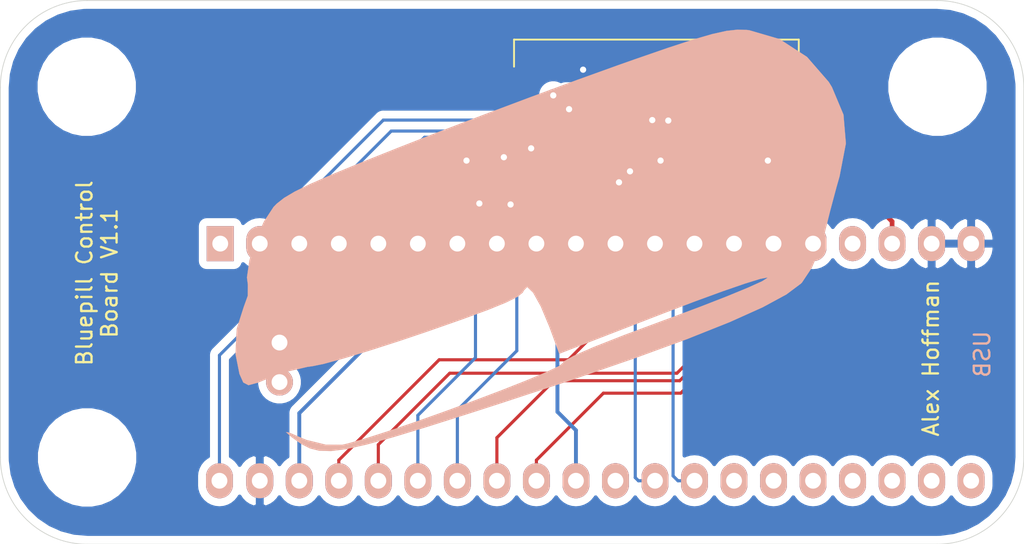
<source format=kicad_pcb>
(kicad_pcb (version 20171130) (host pcbnew 5.1.5)

  (general
    (thickness 1.6)
    (drawings 11)
    (tracks 207)
    (zones 0)
    (modules 6)
    (nets 43)
  )

  (page A4)
  (layers
    (0 F.Cu signal)
    (31 B.Cu signal)
    (32 B.Adhes user)
    (33 F.Adhes user)
    (34 B.Paste user)
    (35 F.Paste user)
    (36 B.SilkS user)
    (37 F.SilkS user)
    (38 B.Mask user)
    (39 F.Mask user)
    (40 Dwgs.User user)
    (41 Cmts.User user)
    (42 Eco1.User user)
    (43 Eco2.User user)
    (44 Edge.Cuts user)
    (45 Margin user)
    (46 B.CrtYd user)
    (47 F.CrtYd user)
    (48 B.Fab user)
    (49 F.Fab user)
  )

  (setup
    (last_trace_width 0.3)
    (user_trace_width 0.2)
    (user_trace_width 0.3)
    (user_trace_width 0.4)
    (user_trace_width 0.7)
    (user_trace_width 1)
    (trace_clearance 0.2)
    (zone_clearance 0.508)
    (zone_45_only no)
    (trace_min 0.2)
    (via_size 0.8)
    (via_drill 0.4)
    (via_min_size 0.6)
    (via_min_drill 0.3)
    (uvia_size 0.3)
    (uvia_drill 0.1)
    (uvias_allowed no)
    (uvia_min_size 0.2)
    (uvia_min_drill 0.1)
    (edge_width 0.05)
    (segment_width 0.2)
    (pcb_text_width 0.3)
    (pcb_text_size 1.5 1.5)
    (mod_edge_width 0.12)
    (mod_text_size 1 1)
    (mod_text_width 0.15)
    (pad_size 1.524 1.524)
    (pad_drill 0.762)
    (pad_to_mask_clearance 0.051)
    (solder_mask_min_width 0.25)
    (aux_axis_origin 0 0)
    (visible_elements FFFFFF7F)
    (pcbplotparams
      (layerselection 0x010f0_ffffffff)
      (usegerberextensions false)
      (usegerberattributes false)
      (usegerberadvancedattributes false)
      (creategerberjobfile false)
      (excludeedgelayer true)
      (linewidth 0.100000)
      (plotframeref false)
      (viasonmask false)
      (mode 1)
      (useauxorigin false)
      (hpglpennumber 1)
      (hpglpenspeed 20)
      (hpglpendiameter 15.000000)
      (psnegative false)
      (psa4output false)
      (plotreference true)
      (plotvalue true)
      (plotinvisibletext false)
      (padsonsilk false)
      (subtractmaskfromsilk false)
      (outputformat 1)
      (mirror false)
      (drillshape 0)
      (scaleselection 1)
      (outputdirectory "gerber/"))
  )

  (net 0 "")
  (net 1 +5V)
  (net 2 GND)
  (net 3 +3V3)
  (net 4 /LED0)
  (net 5 /LED1)
  (net 6 /LED2)
  (net 7 /SDA)
  (net 8 /SCL)
  (net 9 /USB_D-)
  (net 10 /USB_D+)
  (net 11 /RGB4)
  (net 12 /RGB3)
  (net 13 /RGB2)
  (net 14 /RGB1)
  (net 15 /RGB0)
  (net 16 /ROW0)
  (net 17 /ROW1)
  (net 18 /ROW2)
  (net 19 /ROW3)
  (net 20 /ROW4)
  (net 21 /MUX3)
  (net 22 /MUX2)
  (net 23 /MUX0)
  (net 24 /MUX1)
  (net 25 "Net-(U1-Pad1)")
  (net 26 "Net-(U1-Pad17)")
  (net 27 "Net-(U1-Pad21)")
  (net 28 "Net-(U1-Pad22)")
  (net 29 "Net-(U1-Pad23)")
  (net 30 "Net-(U1-Pad24)")
  (net 31 "Net-(U1-Pad25)")
  (net 32 "Net-(U1-Pad26)")
  (net 33 "Net-(U1-Pad27)")
  (net 34 "Net-(U1-Pad30)")
  (net 35 "Net-(U1-Pad41)")
  (net 36 "Net-(U1-Pad42)")
  (net 37 "Net-(J1-Pad30)")
  (net 38 /MOUSE_Y)
  (net 39 /MOUSE_X)
  (net 40 "Net-(U1-Pad15)")
  (net 41 "Net-(U1-Pad16)")
  (net 42 /BOOT_SWITCH)

  (net_class Default "This is the default net class."
    (clearance 0.2)
    (trace_width 0.25)
    (via_dia 0.8)
    (via_drill 0.4)
    (uvia_dia 0.3)
    (uvia_drill 0.1)
    (add_net +3V3)
    (add_net +5V)
    (add_net /BOOT_SWITCH)
    (add_net /LED0)
    (add_net /LED1)
    (add_net /LED2)
    (add_net /MOUSE_X)
    (add_net /MOUSE_Y)
    (add_net /MUX0)
    (add_net /MUX1)
    (add_net /MUX2)
    (add_net /MUX3)
    (add_net /RGB0)
    (add_net /RGB1)
    (add_net /RGB2)
    (add_net /RGB3)
    (add_net /RGB4)
    (add_net /ROW0)
    (add_net /ROW1)
    (add_net /ROW2)
    (add_net /ROW3)
    (add_net /ROW4)
    (add_net /SCL)
    (add_net /SDA)
    (add_net /USB_D+)
    (add_net /USB_D-)
    (add_net GND)
    (add_net "Net-(J1-Pad30)")
    (add_net "Net-(U1-Pad1)")
    (add_net "Net-(U1-Pad15)")
    (add_net "Net-(U1-Pad16)")
    (add_net "Net-(U1-Pad17)")
    (add_net "Net-(U1-Pad21)")
    (add_net "Net-(U1-Pad22)")
    (add_net "Net-(U1-Pad23)")
    (add_net "Net-(U1-Pad24)")
    (add_net "Net-(U1-Pad25)")
    (add_net "Net-(U1-Pad26)")
    (add_net "Net-(U1-Pad27)")
    (add_net "Net-(U1-Pad30)")
    (add_net "Net-(U1-Pad41)")
    (add_net "Net-(U1-Pad42)")
  )

  (module keyboard:pill (layer B.Cu) (tedit 0) (tstamp 5EA0ADEF)
    (at 213.5251 127.4064 20)
    (fp_text reference G*** (at 0 0 20) (layer B.SilkS) hide
      (effects (font (size 1.524 1.524) (thickness 0.3)) (justify mirror))
    )
    (fp_text value LOGO (at 0.75 0 20) (layer B.SilkS) hide
      (effects (font (size 1.524 1.524) (thickness 0.3)) (justify mirror))
    )
    (fp_poly (pts (xy 6.992092 7.289879) (xy 9.940164 7.201156) (xy 12.259348 7.030395) (xy 13.967683 6.777018)
      (xy 15.083206 6.440449) (xy 15.169444 6.398858) (xy 16.080018 5.72925) (xy 17.047963 4.704495)
      (xy 17.543084 4.032374) (xy 18.413593 2.738357) (xy 19.347284 1.40248) (xy 19.769212 0.81972)
      (xy 20.878187 -1.034497) (xy 21.365357 -2.828729) (xy 21.273293 -4.740503) (xy 21.195059 -5.126202)
      (xy 20.431373 -7.114104) (xy 19.162183 -8.79748) (xy 17.522713 -10.000875) (xy 17.38654 -10.067866)
      (xy 16.827835 -10.289618) (xy 16.140092 -10.456997) (xy 15.217022 -10.578695) (xy 13.952337 -10.663405)
      (xy 12.239748 -10.719816) (xy 9.972965 -10.756621) (xy 8.819444 -10.76842) (xy 6.054707 -10.778126)
      (xy 2.860116 -10.764405) (xy -0.489111 -10.729971) (xy -3.717758 -10.67754) (xy -6.173611 -10.620523)
      (xy -8.810132 -10.540189) (xy -10.83862 -10.456666) (xy -12.356573 -10.360728) (xy -13.46149 -10.243149)
      (xy -14.250867 -10.094703) (xy -14.822201 -9.906163) (xy -15.088206 -9.776927) (xy -15.988125 -9.105649)
      (xy -16.920458 -8.134477) (xy -17.724655 -7.067081) (xy -18.240163 -6.10713) (xy -18.344445 -5.64619)
      (xy -18.591936 -4.983756) (xy -19.098689 -4.376203) (xy -19.994177 -3.21641) (xy -20.61706 -1.723962)
      (xy -20.813889 -0.440959) (xy -20.770549 0.158096) (xy -20.515735 0.43405) (xy -19.862258 0.488634)
      (xy -19.164691 0.455332) (xy -17.835485 0.469242) (xy -16.552574 0.622613) (xy -16.254275 0.689186)
      (xy -15.496784 0.801981) (xy -14.174885 0.910667) (xy -12.429712 1.00723) (xy -10.402402 1.083655)
      (xy -8.542089 1.127142) (xy -6.147007 1.156417) (xy -4.371737 1.150022) (xy -3.131223 1.103374)
      (xy -2.340408 1.011891) (xy -1.914234 0.870991) (xy -1.800061 0.763929) (xy -1.522794 0.627699)
      (xy -1.292103 1.105147) (xy -1.131324 2.104778) (xy -1.063795 3.535098) (xy -1.063151 3.6531)
      (xy -1.058334 5.365923) (xy 6.153444 5.218724) (xy 8.30854 5.187815) (xy 10.189541 5.185949)
      (xy 11.695442 5.211128) (xy 12.72524 5.261351) (xy 13.177933 5.33462) (xy 13.188179 5.357985)
      (xy 12.797181 5.445403) (xy 11.809993 5.522057) (xy 10.335953 5.583605) (xy 8.484398 5.625704)
      (xy 6.364665 5.644011) (xy 5.976402 5.644445) (xy 3.24231 5.662653) (xy 1.166292 5.71682)
      (xy -0.238437 5.806258) (xy -0.958662 5.930281) (xy -1.058334 6.010234) (xy -1.390507 6.109946)
      (xy -2.305014 6.192107) (xy -3.678833 6.256035) (xy -5.388943 6.30105) (xy -7.312324 6.326469)
      (xy -9.325955 6.331611) (xy -11.306815 6.315795) (xy -13.131883 6.278339) (xy -14.67814 6.218562)
      (xy -15.822563 6.135783) (xy -16.154707 6.093851) (xy -17.158794 5.722975) (xy -18.205699 5.024361)
      (xy -18.444184 4.808435) (xy -19.082975 4.203515) (xy -19.283898 4.087969) (xy -19.097349 4.441849)
      (xy -19.005853 4.586112) (xy -18.6229 5.14108) (xy -18.208899 5.589801) (xy -17.685606 5.946997)
      (xy -16.974778 6.227389) (xy -15.998171 6.445696) (xy -14.677543 6.61664) (xy -12.934649 6.754941)
      (xy -10.691247 6.875321) (xy -7.869093 6.992499) (xy -5.805815 7.06958) (xy -0.86286 7.223514)
      (xy 3.397097 7.297139) (xy 6.992092 7.289879)) (layer B.SilkS) (width 0.01))
  )

  (module keyboard:BluePill_STM32F103C (layer B.Cu) (tedit 5EA04EFE) (tstamp 5E8E6B03)
    (at 192.6304 125.7324 270)
    (descr "STM32F103C8 BluePill board")
    (path /61986373)
    (fp_text reference U1 (at 7.1628 -49.6062 90) (layer B.SilkS) hide
      (effects (font (size 0.889 0.889) (thickness 0.22225)) (justify mirror))
    )
    (fp_text value BluePill_STM32F103C (at 7.9756 -23.7998) (layer B.SilkS) hide
      (effects (font (size 0.889 0.889) (thickness 0.22225)) (justify mirror))
    )
    (pad 1 thru_hole rect (at 0 0.0508) (size 1.7272 2.25) (drill 1.016) (layers *.Cu *.Mask B.SilkS)
      (net 25 "Net-(U1-Pad1)"))
    (pad 2 thru_hole oval (at 0 -2.4892) (size 1.7272 2.25) (drill 1.016) (layers *.Cu *.Mask B.SilkS)
      (net 11 /RGB4))
    (pad 3 thru_hole oval (at 0 -5.0292) (size 1.7272 2.25) (drill 1.016) (layers *.Cu *.Mask B.SilkS)
      (net 13 /RGB2))
    (pad 4 thru_hole oval (at 0 -7.5692) (size 1.7272 2.25) (drill 1.016) (layers *.Cu *.Mask B.SilkS)
      (net 15 /RGB0))
    (pad 5 thru_hole oval (at 0 -10.1092) (size 1.7272 2.25) (drill 1.016) (layers *.Cu *.Mask B.SilkS)
      (net 4 /LED0))
    (pad 6 thru_hole oval (at 0 -12.6492) (size 1.7272 2.25) (drill 1.016) (layers *.Cu *.Mask B.SilkS)
      (net 5 /LED1))
    (pad 7 thru_hole oval (at 0 -15.1892) (size 1.7272 2.25) (drill 1.016) (layers *.Cu *.Mask B.SilkS)
      (net 6 /LED2))
    (pad 8 thru_hole oval (at 0 -17.7292) (size 1.7272 2.25) (drill 1.016) (layers *.Cu *.Mask B.SilkS)
      (net 16 /ROW0))
    (pad 9 thru_hole oval (at 0 -20.2692) (size 1.7272 2.25) (drill 1.016) (layers *.Cu *.Mask B.SilkS)
      (net 17 /ROW1))
    (pad 10 thru_hole oval (at 0 -22.8092) (size 1.7272 2.25) (drill 1.016) (layers *.Cu *.Mask B.SilkS)
      (net 18 /ROW2))
    (pad 11 thru_hole oval (at 0 -25.3492) (size 1.7272 2.25) (drill 1.016) (layers *.Cu *.Mask B.SilkS)
      (net 19 /ROW3))
    (pad 12 thru_hole oval (at 0 -27.8892) (size 1.7272 2.25) (drill 1.016) (layers *.Cu *.Mask B.SilkS)
      (net 20 /ROW4))
    (pad 13 thru_hole oval (at 0 -30.4292) (size 1.7272 2.25) (drill 1.016) (layers *.Cu *.Mask B.SilkS)
      (net 39 /MOUSE_X))
    (pad 14 thru_hole oval (at 0 -32.9692) (size 1.7272 2.25) (drill 1.016) (layers *.Cu *.Mask B.SilkS)
      (net 38 /MOUSE_Y))
    (pad 15 thru_hole oval (at 0 -35.5092) (size 1.7272 2.25) (drill 1.016) (layers *.Cu *.Mask B.SilkS)
      (net 40 "Net-(U1-Pad15)"))
    (pad 16 thru_hole oval (at 0 -38.0492) (size 1.7272 2.25) (drill 1.016) (layers *.Cu *.Mask B.SilkS)
      (net 41 "Net-(U1-Pad16)"))
    (pad 17 thru_hole oval (at 0 -40.5892) (size 1.7272 2.25) (drill 1.016) (layers *.Cu *.Mask B.SilkS)
      (net 26 "Net-(U1-Pad17)"))
    (pad 18 thru_hole oval (at 0 -43.1292) (size 1.7272 2.25) (drill 1.016) (layers *.Cu *.Mask B.SilkS)
      (net 3 +3V3))
    (pad 19 thru_hole oval (at 0 -45.6692) (size 1.7272 2.25) (drill 1.016) (layers *.Cu *.Mask B.SilkS)
      (net 2 GND))
    (pad 20 thru_hole oval (at 0 -48.2092) (size 1.7272 2.25) (drill 1.016) (layers *.Cu *.Mask B.SilkS)
      (net 2 GND))
    (pad 21 thru_hole oval (at 15.24 -48.2092 180) (size 1.7272 2.25) (drill 1.016) (layers *.Cu *.Mask B.SilkS)
      (net 27 "Net-(U1-Pad21)"))
    (pad 22 thru_hole oval (at 15.24 -45.6692 180) (size 1.7272 2.25) (drill 1.016) (layers *.Cu *.Mask B.SilkS)
      (net 28 "Net-(U1-Pad22)"))
    (pad 23 thru_hole oval (at 15.24 -43.1292 180) (size 1.7272 2.25) (drill 1.016) (layers *.Cu *.Mask B.SilkS)
      (net 29 "Net-(U1-Pad23)"))
    (pad 24 thru_hole oval (at 15.24 -40.5892 180) (size 1.7272 2.25) (drill 1.016) (layers *.Cu *.Mask B.SilkS)
      (net 30 "Net-(U1-Pad24)"))
    (pad 25 thru_hole oval (at 15.24 -38.0492 180) (size 1.7272 2.25) (drill 1.016) (layers *.Cu *.Mask B.SilkS)
      (net 31 "Net-(U1-Pad25)"))
    (pad 26 thru_hole oval (at 15.24 -35.5092 180) (size 1.7272 2.25) (drill 1.016) (layers *.Cu *.Mask B.SilkS)
      (net 32 "Net-(U1-Pad26)"))
    (pad 27 thru_hole oval (at 15.24 -32.9692 180) (size 1.7272 2.25) (drill 1.016) (layers *.Cu *.Mask B.SilkS)
      (net 33 "Net-(U1-Pad27)"))
    (pad 28 thru_hole oval (at 15.24 -30.4292 180) (size 1.7272 2.25) (drill 1.016) (layers *.Cu *.Mask B.SilkS)
      (net 9 /USB_D-))
    (pad 29 thru_hole oval (at 15.24 -27.8892 180) (size 1.7272 2.25) (drill 1.016) (layers *.Cu *.Mask B.SilkS)
      (net 10 /USB_D+))
    (pad 30 thru_hole oval (at 15.24 -25.3492 180) (size 1.7272 2.25) (drill 1.016) (layers *.Cu *.Mask B.SilkS)
      (net 34 "Net-(U1-Pad30)"))
    (pad 31 thru_hole oval (at 15.24 -22.8092 180) (size 1.7272 2.25) (drill 1.016) (layers *.Cu *.Mask B.SilkS)
      (net 42 /BOOT_SWITCH))
    (pad 32 thru_hole oval (at 15.24 -20.2692 180) (size 1.7272 2.25) (drill 1.016) (layers *.Cu *.Mask B.SilkS)
      (net 24 /MUX1))
    (pad 33 thru_hole oval (at 15.24 -17.7292 180) (size 1.7272 2.25) (drill 1.016) (layers *.Cu *.Mask B.SilkS)
      (net 23 /MUX0))
    (pad 34 thru_hole oval (at 15.24 -15.1892 180) (size 1.7272 2.25) (drill 1.016) (layers *.Cu *.Mask B.SilkS)
      (net 8 /SCL))
    (pad 35 thru_hole oval (at 15.24 -12.6492 180) (size 1.7272 2.25) (drill 1.016) (layers *.Cu *.Mask B.SilkS)
      (net 7 /SDA))
    (pad 36 thru_hole oval (at 15.24 -10.1092 180) (size 1.7272 2.25) (drill 1.016) (layers *.Cu *.Mask B.SilkS)
      (net 22 /MUX2))
    (pad 37 thru_hole oval (at 15.24 -7.5692 180) (size 1.7272 2.25) (drill 1.016) (layers *.Cu *.Mask B.SilkS)
      (net 21 /MUX3))
    (pad 38 thru_hole oval (at 15.24 -5.0292 180) (size 1.7272 2.25) (drill 1.016) (layers *.Cu *.Mask B.SilkS)
      (net 1 +5V))
    (pad 39 thru_hole oval (at 15.24 -2.4892 180) (size 1.7272 2.25) (drill 1.016) (layers *.Cu *.Mask B.SilkS)
      (net 2 GND))
    (pad 40 thru_hole oval (at 15.24 0.1016 180) (size 1.7272 2.25) (drill 1.016) (layers *.Cu *.Mask B.SilkS)
      (net 3 +3V3))
    (pad 41 thru_hole oval (at 8.9 -3.7592 180) (size 1.7272 1.7272) (drill 1.016) (layers *.Cu *.Mask B.SilkS)
      (net 35 "Net-(U1-Pad41)"))
    (pad 42 thru_hole oval (at 6.36 -3.7592 180) (size 1.7272 1.7272) (drill 1.016) (layers *.Cu *.Mask B.SilkS)
      (net 36 "Net-(U1-Pad42)"))
  )

  (module Connector_FFC-FPC:Hirose_FH12-30S-0.5SH_1x30-1MP_P0.50mm_Horizontal (layer F.Cu) (tedit 5D24667B) (tstamp 5EA0A0A9)
    (at 220.6117 117.1194 180)
    (descr "Hirose FH12, FFC/FPC connector, FH12-30S-0.5SH, 30 Pins per row (https://www.hirose.com/product/en/products/FH12/FH12-24S-0.5SH(55)/), generated with kicad-footprint-generator")
    (tags "connector Hirose FH12 horizontal")
    (path /5EA05AAB)
    (attr smd)
    (fp_text reference J1 (at 0 -3.7) (layer F.SilkS) hide
      (effects (font (size 1 1) (thickness 0.15)))
    )
    (fp_text value Conn_01x30 (at 0 5.6) (layer F.Fab)
      (effects (font (size 1 1) (thickness 0.15)))
    )
    (fp_text user %R (at 0 3.7) (layer F.Fab)
      (effects (font (size 1 1) (thickness 0.15)))
    )
    (fp_line (start 10.55 -3) (end -10.55 -3) (layer F.CrtYd) (width 0.05))
    (fp_line (start 10.55 4.9) (end 10.55 -3) (layer F.CrtYd) (width 0.05))
    (fp_line (start -10.55 4.9) (end 10.55 4.9) (layer F.CrtYd) (width 0.05))
    (fp_line (start -10.55 -3) (end -10.55 4.9) (layer F.CrtYd) (width 0.05))
    (fp_line (start -7.25 -0.492893) (end -6.75 -1.2) (layer F.Fab) (width 0.1))
    (fp_line (start -7.75 -1.2) (end -7.25 -0.492893) (layer F.Fab) (width 0.1))
    (fp_line (start -7.66 -1.3) (end -7.66 -2.5) (layer F.SilkS) (width 0.12))
    (fp_line (start 9.15 4.5) (end 9.15 2.76) (layer F.SilkS) (width 0.12))
    (fp_line (start -9.15 4.5) (end 9.15 4.5) (layer F.SilkS) (width 0.12))
    (fp_line (start -9.15 2.76) (end -9.15 4.5) (layer F.SilkS) (width 0.12))
    (fp_line (start 9.15 -1.3) (end 9.15 0.04) (layer F.SilkS) (width 0.12))
    (fp_line (start 7.66 -1.3) (end 9.15 -1.3) (layer F.SilkS) (width 0.12))
    (fp_line (start -9.15 -1.3) (end -9.15 0.04) (layer F.SilkS) (width 0.12))
    (fp_line (start -7.66 -1.3) (end -9.15 -1.3) (layer F.SilkS) (width 0.12))
    (fp_line (start 8.95 4.4) (end 0 4.4) (layer F.Fab) (width 0.1))
    (fp_line (start 8.95 3.7) (end 8.95 4.4) (layer F.Fab) (width 0.1))
    (fp_line (start 8.45 3.7) (end 8.95 3.7) (layer F.Fab) (width 0.1))
    (fp_line (start 8.45 3.4) (end 8.45 3.7) (layer F.Fab) (width 0.1))
    (fp_line (start 9.05 3.4) (end 8.45 3.4) (layer F.Fab) (width 0.1))
    (fp_line (start 9.05 -1.2) (end 9.05 3.4) (layer F.Fab) (width 0.1))
    (fp_line (start 0 -1.2) (end 9.05 -1.2) (layer F.Fab) (width 0.1))
    (fp_line (start -8.95 4.4) (end 0 4.4) (layer F.Fab) (width 0.1))
    (fp_line (start -8.95 3.7) (end -8.95 4.4) (layer F.Fab) (width 0.1))
    (fp_line (start -8.45 3.7) (end -8.95 3.7) (layer F.Fab) (width 0.1))
    (fp_line (start -8.45 3.4) (end -8.45 3.7) (layer F.Fab) (width 0.1))
    (fp_line (start -9.05 3.4) (end -8.45 3.4) (layer F.Fab) (width 0.1))
    (fp_line (start -9.05 -1.2) (end -9.05 3.4) (layer F.Fab) (width 0.1))
    (fp_line (start 0 -1.2) (end -9.05 -1.2) (layer F.Fab) (width 0.1))
    (pad 30 smd rect (at 7.25 -1.85 180) (size 0.3 1.3) (layers F.Cu F.Paste F.Mask)
      (net 37 "Net-(J1-Pad30)"))
    (pad 29 smd rect (at 6.75 -1.85 180) (size 0.3 1.3) (layers F.Cu F.Paste F.Mask)
      (net 42 /BOOT_SWITCH))
    (pad 28 smd rect (at 6.25 -1.85 180) (size 0.3 1.3) (layers F.Cu F.Paste F.Mask)
      (net 38 /MOUSE_Y))
    (pad 27 smd rect (at 5.75 -1.85 180) (size 0.3 1.3) (layers F.Cu F.Paste F.Mask)
      (net 39 /MOUSE_X))
    (pad 26 smd rect (at 5.25 -1.85 180) (size 0.3 1.3) (layers F.Cu F.Paste F.Mask)
      (net 1 +5V))
    (pad 25 smd rect (at 4.75 -1.85 180) (size 0.3 1.3) (layers F.Cu F.Paste F.Mask)
      (net 2 GND))
    (pad 24 smd rect (at 4.25 -1.85 180) (size 0.3 1.3) (layers F.Cu F.Paste F.Mask)
      (net 3 +3V3))
    (pad 23 smd rect (at 3.75 -1.85 180) (size 0.3 1.3) (layers F.Cu F.Paste F.Mask)
      (net 4 /LED0))
    (pad 22 smd rect (at 3.25 -1.85 180) (size 0.3 1.3) (layers F.Cu F.Paste F.Mask)
      (net 5 /LED1))
    (pad 21 smd rect (at 2.75 -1.85 180) (size 0.3 1.3) (layers F.Cu F.Paste F.Mask)
      (net 6 /LED2))
    (pad 20 smd rect (at 2.25 -1.85 180) (size 0.3 1.3) (layers F.Cu F.Paste F.Mask)
      (net 7 /SDA))
    (pad 19 smd rect (at 1.75 -1.85 180) (size 0.3 1.3) (layers F.Cu F.Paste F.Mask)
      (net 8 /SCL))
    (pad 18 smd rect (at 1.25 -1.85 180) (size 0.3 1.3) (layers F.Cu F.Paste F.Mask)
      (net 9 /USB_D-))
    (pad 17 smd rect (at 0.75 -1.85 180) (size 0.3 1.3) (layers F.Cu F.Paste F.Mask)
      (net 10 /USB_D+))
    (pad 16 smd rect (at 0.25 -1.85 180) (size 0.3 1.3) (layers F.Cu F.Paste F.Mask)
      (net 11 /RGB4))
    (pad 15 smd rect (at -0.25 -1.85 180) (size 0.3 1.3) (layers F.Cu F.Paste F.Mask)
      (net 12 /RGB3))
    (pad 14 smd rect (at -0.75 -1.85 180) (size 0.3 1.3) (layers F.Cu F.Paste F.Mask)
      (net 13 /RGB2))
    (pad 13 smd rect (at -1.25 -1.85 180) (size 0.3 1.3) (layers F.Cu F.Paste F.Mask)
      (net 14 /RGB1))
    (pad 12 smd rect (at -1.75 -1.85 180) (size 0.3 1.3) (layers F.Cu F.Paste F.Mask)
      (net 15 /RGB0))
    (pad 11 smd rect (at -2.25 -1.85 180) (size 0.3 1.3) (layers F.Cu F.Paste F.Mask)
      (net 16 /ROW0))
    (pad 10 smd rect (at -2.75 -1.85 180) (size 0.3 1.3) (layers F.Cu F.Paste F.Mask)
      (net 17 /ROW1))
    (pad 9 smd rect (at -3.25 -1.85 180) (size 0.3 1.3) (layers F.Cu F.Paste F.Mask)
      (net 18 /ROW2))
    (pad 8 smd rect (at -3.75 -1.85 180) (size 0.3 1.3) (layers F.Cu F.Paste F.Mask)
      (net 19 /ROW3))
    (pad 7 smd rect (at -4.25 -1.85 180) (size 0.3 1.3) (layers F.Cu F.Paste F.Mask)
      (net 20 /ROW4))
    (pad 6 smd rect (at -4.75 -1.85 180) (size 0.3 1.3) (layers F.Cu F.Paste F.Mask)
      (net 21 /MUX3))
    (pad 5 smd rect (at -5.25 -1.85 180) (size 0.3 1.3) (layers F.Cu F.Paste F.Mask)
      (net 22 /MUX2))
    (pad 4 smd rect (at -5.75 -1.85 180) (size 0.3 1.3) (layers F.Cu F.Paste F.Mask)
      (net 23 /MUX0))
    (pad 3 smd rect (at -6.25 -1.85 180) (size 0.3 1.3) (layers F.Cu F.Paste F.Mask)
      (net 24 /MUX1))
    (pad 2 smd rect (at -6.75 -1.85 180) (size 0.3 1.3) (layers F.Cu F.Paste F.Mask)
      (net 2 GND))
    (pad 1 smd rect (at -7.25 -1.85 180) (size 0.3 1.3) (layers F.Cu F.Paste F.Mask)
      (net 3 +3V3))
    (pad MP smd rect (at -9.15 1.4 180) (size 1.8 2.2) (layers F.Cu F.Paste F.Mask))
    (pad MP smd rect (at 9.15 1.4 180) (size 1.8 2.2) (layers F.Cu F.Paste F.Mask))
    (model ${KISYS3DMOD}/Connector_FFC-FPC.3dshapes/Hirose_FH12-30S-0.5SH_1x30-1MP_P0.50mm_Horizontal.wrl
      (at (xyz 0 0 0))
      (scale (xyz 1 1 1))
      (rotate (xyz 0 0 0))
    )
  )

  (module MountingHole:MountingHole_5.3mm_M5 (layer B.Cu) (tedit 56D1B4CB) (tstamp 5E8E7937)
    (at 184.023 139.475 270)
    (descr "Mounting Hole 5.3mm, no annular, M5")
    (tags "mounting hole 5.3mm no annular m5")
    (attr virtual)
    (fp_text reference REF** (at 0 6.3 270) (layer B.SilkS) hide
      (effects (font (size 1 1) (thickness 0.15)) (justify mirror))
    )
    (fp_text value MountingHole_5.3mm_M5 (at 0 -6.3 270) (layer B.Fab) hide
      (effects (font (size 1 1) (thickness 0.15)) (justify mirror))
    )
    (fp_circle (center 0 0) (end 5.55 0) (layer B.CrtYd) (width 0.05))
    (fp_circle (center 0 0) (end 5.3 0) (layer Cmts.User) (width 0.15))
    (fp_text user %R (at 0.3 0 270) (layer B.Fab)
      (effects (font (size 1 1) (thickness 0.15)) (justify mirror))
    )
    (pad 1 np_thru_hole circle (at 0 0 270) (size 5.3 5.3) (drill 5.3) (layers *.Cu *.Mask))
  )

  (module MountingHole:MountingHole_5.3mm_M5 (layer B.Cu) (tedit 56D1B4CB) (tstamp 5E8E7929)
    (at 184 115.65 270)
    (descr "Mounting Hole 5.3mm, no annular, M5")
    (tags "mounting hole 5.3mm no annular m5")
    (attr virtual)
    (fp_text reference REF** (at 0 6.3 270) (layer B.SilkS) hide
      (effects (font (size 1 1) (thickness 0.15)) (justify mirror))
    )
    (fp_text value MountingHole_5.3mm_M5 (at 0 -6.3 270) (layer B.Fab) hide
      (effects (font (size 1 1) (thickness 0.15)) (justify mirror))
    )
    (fp_text user %R (at 0.3 0 270) (layer B.Fab)
      (effects (font (size 1 1) (thickness 0.15)) (justify mirror))
    )
    (fp_circle (center 0 0) (end 5.3 0) (layer Cmts.User) (width 0.15))
    (fp_circle (center 0 0) (end 5.55 0) (layer B.CrtYd) (width 0.05))
    (pad 1 np_thru_hole circle (at 0 0 270) (size 5.3 5.3) (drill 5.3) (layers *.Cu *.Mask))
  )

  (module MountingHole:MountingHole_5.3mm_M5 (layer B.Cu) (tedit 56D1B4CB) (tstamp 5E8E4C80)
    (at 238.675 115.65 270)
    (descr "Mounting Hole 5.3mm, no annular, M5")
    (tags "mounting hole 5.3mm no annular m5")
    (attr virtual)
    (fp_text reference REF** (at 0 6.3 270) (layer B.SilkS) hide
      (effects (font (size 1 1) (thickness 0.15)) (justify mirror))
    )
    (fp_text value MountingHole_5.3mm_M5 (at 0 -6.3 270) (layer B.Fab) hide
      (effects (font (size 1 1) (thickness 0.15)) (justify mirror))
    )
    (fp_circle (center 0 0) (end 5.55 0) (layer B.CrtYd) (width 0.05))
    (fp_circle (center 0 0) (end 5.3 0) (layer Cmts.User) (width 0.15))
    (fp_text user %R (at 0.3 0 270) (layer B.Fab)
      (effects (font (size 1 1) (thickness 0.15)) (justify mirror))
    )
    (pad 1 np_thru_hole circle (at 0 0 270) (size 5.3 5.3) (drill 5.3) (layers *.Cu *.Mask))
  )

  (gr_arc (start 238.65 139.475) (end 238.65 145.05) (angle -90) (layer Edge.Cuts) (width 0.05) (tstamp 5E8E4CA0))
  (gr_arc (start 184.025 139.475) (end 178.45 139.475) (angle -90) (layer Edge.Cuts) (width 0.05) (tstamp 5E8E4C9D))
  (gr_arc (start 184.025 115.684) (end 184.025 110.109) (angle -90) (layer Edge.Cuts) (width 0.05) (tstamp 5E8E4C96))
  (gr_arc (start 238.65 115.684) (end 244.225 115.684) (angle -90) (layer Edge.Cuts) (width 0.05))
  (gr_text USB (at 241.554 132.842 90) (layer B.SilkS)
    (effects (font (size 1 1) (thickness 0.15)) (justify mirror))
  )
  (gr_text "Alex Hoffman" (at 238.252 133.096 90) (layer F.SilkS)
    (effects (font (size 1 1) (thickness 0.15)))
  )
  (gr_text "Bluepill Control\nBoard V1.1" (at 184.658 127.635 90) (layer F.SilkS)
    (effects (font (size 1 1) (thickness 0.15)))
  )
  (gr_line (start 184.025 110.109) (end 238.65 110.109) (layer Edge.Cuts) (width 0.05))
  (gr_line (start 244.225 139.475) (end 244.225 115.684) (layer Edge.Cuts) (width 0.05))
  (gr_line (start 184.025 145.05) (end 238.65 145.05) (layer Edge.Cuts) (width 0.05))
  (gr_line (start 178.45 115.684) (end 178.45 139.475) (layer Edge.Cuts) (width 0.05))

  (segment (start 203.92821 124.978662) (end 203.92821 130.36119) (width 0.25) (layer B.Cu) (net 1))
  (segment (start 207.785871 121.121001) (end 203.92821 124.978662) (width 0.25) (layer B.Cu) (net 1))
  (segment (start 197.6596 136.6298) (end 197.6596 140.9724) (width 0.25) (layer B.Cu) (net 1))
  (segment (start 203.92821 130.36119) (end 197.6596 136.6298) (width 0.25) (layer B.Cu) (net 1))
  (via (at 210.8073 120.1801) (size 0.8) (drill 0.4) (layers F.Cu B.Cu) (net 1))
  (segment (start 215.3617 118.9694) (end 215.3617 119.9194) (width 0.3) (layer F.Cu) (net 1))
  (segment (start 211.046611 120.419411) (end 210.8073 120.1801) (width 0.3) (layer F.Cu) (net 1))
  (segment (start 214.861689 120.419411) (end 211.046611 120.419411) (width 0.3) (layer F.Cu) (net 1))
  (segment (start 215.3617 119.9194) (end 214.861689 120.419411) (width 0.3) (layer F.Cu) (net 1))
  (segment (start 209.841399 121.146001) (end 207.810871 121.146001) (width 0.3) (layer B.Cu) (net 1))
  (segment (start 210.8073 120.1801) (end 209.841399 121.146001) (width 0.3) (layer B.Cu) (net 1))
  (via (at 227.7745 120.396) (size 0.8) (drill 0.4) (layers F.Cu B.Cu) (net 2))
  (segment (start 227.3617 118.9694) (end 227.3617 119.9832) (width 0.2) (layer F.Cu) (net 2))
  (segment (start 227.3617 119.9832) (end 227.7745 120.396) (width 0.2) (layer F.Cu) (net 2))
  (via (at 215.9 114.554) (size 0.8) (drill 0.4) (layers F.Cu B.Cu) (net 2))
  (segment (start 215.8617 118.9694) (end 215.8617 114.5923) (width 0.2) (layer F.Cu) (net 2))
  (segment (start 215.8617 114.5923) (end 215.9 114.554) (width 0.2) (layer F.Cu) (net 2))
  (segment (start 216.365 118.121) (end 217.646 116.84) (width 0.3) (layer F.Cu) (net 3))
  (segment (start 216.365 119.071) (end 216.365 118.121) (width 0.3) (layer F.Cu) (net 3))
  (segment (start 227.865 118.121) (end 227.865 119.071) (width 0.3) (layer F.Cu) (net 3))
  (segment (start 226.584 116.84) (end 227.865 118.121) (width 0.3) (layer F.Cu) (net 3))
  (segment (start 217.646 116.84) (end 226.584 116.84) (width 0.3) (layer F.Cu) (net 3))
  (segment (start 228.315 119.071) (end 227.865 119.071) (width 0.3) (layer F.Cu) (net 3))
  (segment (start 230.5232 119.071) (end 228.315 119.071) (width 0.3) (layer F.Cu) (net 3))
  (segment (start 235.7596 124.3074) (end 230.5232 119.071) (width 0.3) (layer F.Cu) (net 3))
  (segment (start 235.7596 125.7324) (end 235.7596 124.3074) (width 0.3) (layer F.Cu) (net 3))
  (via (at 208.407 120.396) (size 0.8) (drill 0.4) (layers F.Cu B.Cu) (net 3))
  (segment (start 205.956227 120.396) (end 201.4601 124.892127) (width 0.2) (layer B.Cu) (net 3))
  (segment (start 208.407 120.396) (end 205.956227 120.396) (width 0.2) (layer B.Cu) (net 3))
  (segment (start 201.4601 126.378893) (end 197.867193 129.9718) (width 0.2) (layer B.Cu) (net 3))
  (segment (start 201.4601 124.892127) (end 201.4601 126.378893) (width 0.2) (layer B.Cu) (net 3))
  (segment (start 197.867193 129.9718) (end 195.4657 129.9718) (width 0.2) (layer B.Cu) (net 3))
  (segment (start 192.5288 132.9087) (end 192.5288 140.9724) (width 0.2) (layer B.Cu) (net 3))
  (segment (start 195.4657 129.9718) (end 192.5288 132.9087) (width 0.2) (layer B.Cu) (net 3))
  (segment (start 208.972685 120.396) (end 208.407 120.396) (width 0.2) (layer F.Cu) (net 3))
  (segment (start 209.493385 120.9167) (end 208.972685 120.396) (width 0.2) (layer F.Cu) (net 3))
  (segment (start 216.3617 119.8194) (end 215.2644 120.9167) (width 0.2) (layer F.Cu) (net 3))
  (segment (start 215.2644 120.9167) (end 209.493385 120.9167) (width 0.2) (layer F.Cu) (net 3))
  (segment (start 216.3617 118.9694) (end 216.3617 119.8194) (width 0.2) (layer F.Cu) (net 3))
  (segment (start 216.8617 118.9694) (end 216.8617 119.8851) (width 0.2) (layer F.Cu) (net 4))
  (segment (start 205.906489 121.240511) (end 202.7396 124.4074) (width 0.2) (layer F.Cu) (net 4))
  (segment (start 209.327696 121.316711) (end 209.251496 121.240511) (width 0.2) (layer F.Cu) (net 4))
  (segment (start 215.430089 121.316711) (end 209.327696 121.316711) (width 0.2) (layer F.Cu) (net 4))
  (segment (start 216.8617 119.8851) (end 215.430089 121.316711) (width 0.2) (layer F.Cu) (net 4))
  (segment (start 202.7396 124.4074) (end 202.7396 125.7324) (width 0.2) (layer F.Cu) (net 4))
  (segment (start 209.251496 121.240511) (end 205.906489 121.240511) (width 0.2) (layer F.Cu) (net 4))
  (segment (start 205.2796 124.4074) (end 205.2796 125.7324) (width 0.2) (layer F.Cu) (net 5))
  (segment (start 207.970278 121.716722) (end 205.2796 124.4074) (width 0.2) (layer F.Cu) (net 5))
  (segment (start 215.595778 121.716722) (end 207.970278 121.716722) (width 0.2) (layer F.Cu) (net 5))
  (segment (start 217.3617 118.9694) (end 217.3617 119.9508) (width 0.2) (layer F.Cu) (net 5))
  (segment (start 217.3617 119.9508) (end 215.595778 121.716722) (width 0.2) (layer F.Cu) (net 5))
  (segment (start 217.8617 120.0165) (end 215.761467 122.116733) (width 0.2) (layer F.Cu) (net 6))
  (segment (start 217.8617 118.9694) (end 217.8617 120.0165) (width 0.2) (layer F.Cu) (net 6))
  (segment (start 207.8196 123.293451) (end 207.8196 124.4074) (width 0.2) (layer F.Cu) (net 6))
  (segment (start 208.996318 122.116733) (end 207.8196 123.293451) (width 0.2) (layer F.Cu) (net 6))
  (segment (start 215.761467 122.116733) (end 208.996318 122.116733) (width 0.2) (layer F.Cu) (net 6))
  (segment (start 207.8196 124.4074) (end 207.8196 125.7324) (width 0.2) (layer F.Cu) (net 6))
  (via (at 209.2325 123.1519) (size 0.8) (drill 0.4) (layers F.Cu B.Cu) (net 7))
  (segment (start 208.98321 123.966875) (end 208.98321 133.06589) (width 0.2) (layer B.Cu) (net 7))
  (segment (start 209.2325 123.1519) (end 209.2325 123.717585) (width 0.2) (layer B.Cu) (net 7))
  (segment (start 209.2325 123.717585) (end 208.98321 123.966875) (width 0.2) (layer B.Cu) (net 7))
  (segment (start 205.2796 136.7695) (end 205.2796 140.9724) (width 0.2) (layer B.Cu) (net 7))
  (segment (start 208.98321 133.06589) (end 205.2796 136.7695) (width 0.2) (layer B.Cu) (net 7))
  (segment (start 218.3617 118.9694) (end 218.3617 120.0822) (width 0.2) (layer F.Cu) (net 7))
  (segment (start 215.927156 122.516744) (end 209.867656 122.516744) (width 0.2) (layer F.Cu) (net 7))
  (segment (start 209.632499 122.751901) (end 209.2325 123.1519) (width 0.2) (layer F.Cu) (net 7))
  (segment (start 209.867656 122.516744) (end 209.632499 122.751901) (width 0.2) (layer F.Cu) (net 7))
  (segment (start 218.3617 120.0822) (end 215.927156 122.516744) (width 0.2) (layer F.Cu) (net 7))
  (segment (start 207.8196 140.9724) (end 207.8196 136.4393) (width 0.2) (layer B.Cu) (net 8))
  (segment (start 207.8196 136.4393) (end 211.639099 132.619801) (width 0.2) (layer B.Cu) (net 8))
  (via (at 211.2391 123.216754) (size 0.8) (drill 0.4) (layers F.Cu B.Cu) (net 8))
  (segment (start 211.639099 132.619801) (end 211.639099 123.616753) (width 0.2) (layer B.Cu) (net 8))
  (segment (start 211.639099 123.616753) (end 211.2391 123.216754) (width 0.2) (layer B.Cu) (net 8))
  (segment (start 218.8617 118.9694) (end 218.8617 120.1479) (width 0.2) (layer F.Cu) (net 8))
  (segment (start 218.8617 120.1479) (end 216.092845 122.916755) (width 0.2) (layer F.Cu) (net 8))
  (segment (start 212.104784 122.916755) (end 211.804785 123.216754) (width 0.2) (layer F.Cu) (net 8))
  (segment (start 216.092845 122.916755) (end 212.104784 122.916755) (width 0.2) (layer F.Cu) (net 8))
  (segment (start 211.804785 123.216754) (end 211.2391 123.216754) (width 0.2) (layer F.Cu) (net 8))
  (segment (start 219.314057 121.485504) (end 218.914058 121.085505) (width 0.2) (layer B.Cu) (net 9))
  (via (at 218.914058 121.085505) (size 0.8) (drill 0.4) (layers F.Cu B.Cu) (net 9))
  (segment (start 221.68321 123.854657) (end 219.314057 121.485504) (width 0.2) (layer B.Cu) (net 9))
  (segment (start 219.3617 120.637863) (end 218.914058 121.085505) (width 0.2) (layer F.Cu) (net 9))
  (segment (start 221.68321 140.65961) (end 221.68321 123.854657) (width 0.2) (layer B.Cu) (net 9))
  (segment (start 221.996 140.9724) (end 221.68321 140.65961) (width 0.2) (layer B.Cu) (net 9))
  (segment (start 219.3617 118.9694) (end 219.3617 120.637863) (width 0.2) (layer F.Cu) (net 9))
  (segment (start 223.0596 140.9724) (end 221.996 140.9724) (width 0.2) (layer B.Cu) (net 9))
  (segment (start 219.8617 121.173847) (end 219.242934 121.792613) (width 0.2) (layer F.Cu) (net 10))
  (segment (start 219.8617 118.9694) (end 219.8617 121.173847) (width 0.2) (layer F.Cu) (net 10))
  (via (at 218.20695 121.792613) (size 0.8) (drill 0.4) (layers F.Cu B.Cu) (net 10))
  (segment (start 220.5196 140.9724) (end 219.456 140.9724) (width 0.2) (layer B.Cu) (net 10))
  (segment (start 219.2528 140.7692) (end 219.2528 122.838463) (width 0.2) (layer B.Cu) (net 10))
  (segment (start 219.2528 122.838463) (end 218.606949 122.192612) (width 0.2) (layer B.Cu) (net 10))
  (segment (start 218.606949 122.192612) (end 218.20695 121.792613) (width 0.2) (layer B.Cu) (net 10))
  (segment (start 219.456 140.9724) (end 219.2528 140.7692) (width 0.2) (layer B.Cu) (net 10))
  (segment (start 218.772635 121.792613) (end 218.20695 121.792613) (width 0.2) (layer F.Cu) (net 10))
  (segment (start 219.242934 121.792613) (end 218.772635 121.792613) (width 0.2) (layer F.Cu) (net 10))
  (via (at 220.345 117.7925) (size 0.8) (drill 0.4) (layers F.Cu B.Cu) (net 11))
  (segment (start 220.3617 118.9694) (end 220.3617 117.8092) (width 0.2) (layer F.Cu) (net 11))
  (segment (start 220.3617 117.8092) (end 220.345 117.7925) (width 0.2) (layer F.Cu) (net 11))
  (segment (start 220.345 117.7925) (end 203.0595 117.7925) (width 0.2) (layer B.Cu) (net 11))
  (segment (start 203.0595 117.7925) (end 195.1196 125.7324) (width 0.2) (layer B.Cu) (net 11))
  (via (at 221.374698 117.822981) (size 0.8) (drill 0.4) (layers F.Cu B.Cu) (net 13))
  (segment (start 221.3617 118.9694) (end 221.3617 117.835979) (width 0.2) (layer F.Cu) (net 13))
  (segment (start 221.3617 117.835979) (end 221.374698 117.822981) (width 0.2) (layer F.Cu) (net 13))
  (segment (start 203.569611 118.497389) (end 197.6596 124.4074) (width 0.2) (layer B.Cu) (net 13))
  (segment (start 197.6596 124.4074) (end 197.6596 125.7324) (width 0.2) (layer B.Cu) (net 13))
  (segment (start 221.374698 117.822981) (end 220.70029 118.497389) (width 0.2) (layer B.Cu) (net 13))
  (segment (start 220.70029 118.497389) (end 203.569611 118.497389) (width 0.2) (layer B.Cu) (net 13))
  (segment (start 221.709404 120.396) (end 220.8784 120.396) (width 0.2) (layer F.Cu) (net 15))
  (via (at 220.8784 120.396) (size 0.8) (drill 0.4) (layers F.Cu B.Cu) (net 15))
  (segment (start 222.3617 118.9694) (end 222.3617 119.743704) (width 0.2) (layer F.Cu) (net 15))
  (segment (start 222.3617 119.743704) (end 221.709404 120.396) (width 0.2) (layer F.Cu) (net 15))
  (segment (start 200.1996 124.4074) (end 200.1996 125.7324) (width 0.2) (layer B.Cu) (net 15))
  (segment (start 205.7096 118.8974) (end 200.1996 124.4074) (width 0.2) (layer B.Cu) (net 15))
  (segment (start 220.8784 120.396) (end 219.260555 120.396) (width 0.2) (layer B.Cu) (net 15))
  (segment (start 219.260555 120.396) (end 217.761955 118.8974) (width 0.2) (layer B.Cu) (net 15))
  (segment (start 217.761955 118.8974) (end 205.7096 118.8974) (width 0.2) (layer B.Cu) (net 15))
  (segment (start 210.3596 125.471) (end 210.3596 125.7324) (width 0.2) (layer F.Cu) (net 16))
  (segment (start 216.258534 123.316766) (end 212.513834 123.316766) (width 0.2) (layer F.Cu) (net 16))
  (segment (start 216.37915 123.19615) (end 216.258534 123.316766) (width 0.2) (layer F.Cu) (net 16))
  (segment (start 212.513834 123.316766) (end 210.3596 125.471) (width 0.2) (layer F.Cu) (net 16))
  (segment (start 222.8617 118.9694) (end 222.8617 119.809402) (width 0.2) (layer F.Cu) (net 16))
  (segment (start 219.474952 123.19615) (end 216.37915 123.19615) (width 0.2) (layer F.Cu) (net 16))
  (segment (start 222.8617 119.809402) (end 219.474952 123.19615) (width 0.2) (layer F.Cu) (net 16))
  (segment (start 223.3617 118.9694) (end 223.3617 119.875102) (width 0.2) (layer F.Cu) (net 17))
  (segment (start 216.424223 123.716777) (end 213.590223 123.716777) (width 0.2) (layer F.Cu) (net 17))
  (segment (start 216.544839 123.596161) (end 216.424223 123.716777) (width 0.2) (layer F.Cu) (net 17))
  (segment (start 213.590223 123.716777) (end 212.8996 124.4074) (width 0.2) (layer F.Cu) (net 17))
  (segment (start 219.640641 123.596161) (end 216.544839 123.596161) (width 0.2) (layer F.Cu) (net 17))
  (segment (start 223.3617 119.875102) (end 219.640641 123.596161) (width 0.2) (layer F.Cu) (net 17))
  (segment (start 212.8996 124.4074) (end 212.8996 125.7324) (width 0.2) (layer F.Cu) (net 17))
  (segment (start 223.8617 119.940802) (end 223.8617 119.8194) (width 0.2) (layer F.Cu) (net 18))
  (segment (start 215.4396 125.7324) (end 215.4396 125.471) (width 0.2) (layer F.Cu) (net 18))
  (segment (start 223.8617 119.8194) (end 223.8617 118.9694) (width 0.2) (layer F.Cu) (net 18))
  (segment (start 219.806332 123.99617) (end 223.8617 119.940802) (width 0.2) (layer F.Cu) (net 18))
  (segment (start 216.91443 123.99617) (end 219.806332 123.99617) (width 0.2) (layer F.Cu) (net 18))
  (segment (start 215.4396 125.471) (end 216.91443 123.99617) (width 0.2) (layer F.Cu) (net 18))
  (segment (start 224.3617 120.006497) (end 224.261708 120.106489) (width 0.2) (layer F.Cu) (net 19))
  (segment (start 224.3617 118.9694) (end 224.3617 120.006497) (width 0.2) (layer F.Cu) (net 19))
  (segment (start 224.261708 120.106489) (end 220.304399 124.063798) (width 0.2) (layer F.Cu) (net 19))
  (segment (start 220.304399 124.063798) (end 219.972018 124.39618) (width 0.2) (layer F.Cu) (net 19))
  (segment (start 217.9796 125.7324) (end 217.9796 125.471) (width 0.2) (layer F.Cu) (net 19))
  (segment (start 217.9796 125.471) (end 219.05442 124.39618) (width 0.2) (layer F.Cu) (net 19))
  (segment (start 219.972018 124.39618) (end 219.63348 124.39618) (width 0.2) (layer F.Cu) (net 19))
  (segment (start 219.05442 124.39618) (end 219.63348 124.39618) (width 0.2) (layer F.Cu) (net 19))
  (segment (start 220.5196 124.414295) (end 220.5196 125.7324) (width 0.2) (layer F.Cu) (net 20))
  (segment (start 224.8617 118.9694) (end 224.8617 120.072195) (width 0.2) (layer F.Cu) (net 20))
  (segment (start 224.8617 120.072195) (end 220.5196 124.414295) (width 0.2) (layer F.Cu) (net 20))
  (segment (start 225.3617 118.9694) (end 225.3617 120.5101) (width 0.2) (layer F.Cu) (net 21))
  (segment (start 225.3617 120.5101) (end 221.7801 124.0917) (width 0.2) (layer F.Cu) (net 21))
  (segment (start 221.7801 126.378893) (end 214.961393 133.1976) (width 0.2) (layer F.Cu) (net 21))
  (segment (start 221.7801 124.0917) (end 221.7801 126.378893) (width 0.2) (layer F.Cu) (net 21))
  (segment (start 200.1996 139.6474) (end 200.1996 140.9724) (width 0.2) (layer F.Cu) (net 21))
  (segment (start 206.6494 133.1976) (end 200.1996 139.6474) (width 0.2) (layer F.Cu) (net 21))
  (segment (start 214.961393 133.1976) (end 206.6494 133.1976) (width 0.2) (layer F.Cu) (net 21))
  (segment (start 225.8617 121.4452) (end 224.2693 123.0376) (width 0.2) (layer F.Cu) (net 22))
  (segment (start 225.8617 118.9694) (end 225.8617 121.4452) (width 0.2) (layer F.Cu) (net 22))
  (segment (start 221.9325 134.0612) (end 207.3275 134.0612) (width 0.2) (layer F.Cu) (net 22))
  (segment (start 207.3275 134.0612) (end 202.7396 138.6491) (width 0.2) (layer F.Cu) (net 22))
  (segment (start 224.2693 123.0376) (end 224.2693 131.7244) (width 0.2) (layer F.Cu) (net 22))
  (segment (start 202.7396 138.6491) (end 202.7396 140.9724) (width 0.2) (layer F.Cu) (net 22))
  (segment (start 224.2693 131.7244) (end 221.9325 134.0612) (width 0.2) (layer F.Cu) (net 22))
  (segment (start 226.3617 118.9694) (end 226.3617 123.8219) (width 0.2) (layer F.Cu) (net 23))
  (segment (start 226.3617 123.8219) (end 226.8474 124.3076) (width 0.2) (layer F.Cu) (net 23))
  (segment (start 226.8474 124.3076) (end 226.8474 129.8067) (width 0.2) (layer F.Cu) (net 23))
  (segment (start 226.8474 129.8067) (end 222.1103 134.5438) (width 0.2) (layer F.Cu) (net 23))
  (segment (start 222.1103 134.5438) (end 214.0204 134.5438) (width 0.2) (layer F.Cu) (net 23))
  (segment (start 210.3596 138.2046) (end 210.3596 140.9724) (width 0.2) (layer F.Cu) (net 23))
  (segment (start 214.0204 134.5438) (end 210.3596 138.2046) (width 0.2) (layer F.Cu) (net 23))
  (segment (start 212.8996 139.6474) (end 212.8996 140.9724) (width 0.2) (layer F.Cu) (net 24))
  (segment (start 217.2031 135.3439) (end 212.8996 139.6474) (width 0.2) (layer F.Cu) (net 24))
  (segment (start 226.8617 122.1375) (end 229.4128 124.6886) (width 0.2) (layer F.Cu) (net 24))
  (segment (start 229.4128 124.6886) (end 229.4128 128.1049) (width 0.2) (layer F.Cu) (net 24))
  (segment (start 226.8617 118.9694) (end 226.8617 122.1375) (width 0.2) (layer F.Cu) (net 24))
  (segment (start 229.4128 128.1049) (end 222.1738 135.3439) (width 0.2) (layer F.Cu) (net 24))
  (segment (start 222.1738 135.3439) (end 217.2031 135.3439) (width 0.2) (layer F.Cu) (net 24))
  (via (at 213.9823 116.205) (size 0.8) (drill 0.4) (layers F.Cu B.Cu) (net 38))
  (segment (start 213.9823 117.112502) (end 213.9823 116.205) (width 0.2) (layer F.Cu) (net 38))
  (segment (start 214.3617 118.9694) (end 214.3617 117.491902) (width 0.2) (layer F.Cu) (net 38))
  (segment (start 214.3617 117.491902) (end 213.9823 117.112502) (width 0.2) (layer F.Cu) (net 38))
  (segment (start 225.5996 124.4074) (end 225.5996 125.7324) (width 0.2) (layer B.Cu) (net 38))
  (segment (start 225.5996 120.309701) (end 225.5996 124.4074) (width 0.2) (layer B.Cu) (net 38))
  (segment (start 221.258488 115.968589) (end 225.5996 120.309701) (width 0.2) (layer B.Cu) (net 38))
  (segment (start 214.784396 115.968589) (end 221.258488 115.968589) (width 0.2) (layer B.Cu) (net 38))
  (segment (start 214.547985 116.205) (end 214.784396 115.968589) (width 0.2) (layer B.Cu) (net 38))
  (segment (start 213.9823 116.205) (end 214.547985 116.205) (width 0.2) (layer B.Cu) (net 38))
  (segment (start 214.8617 118.9694) (end 214.8617 117.2291) (width 0.2) (layer F.Cu) (net 39))
  (via (at 214.9983 117.0925) (size 0.8) (drill 0.4) (layers F.Cu B.Cu) (net 39))
  (segment (start 214.8617 117.2291) (end 214.9983 117.0925) (width 0.2) (layer F.Cu) (net 39))
  (segment (start 215.722201 116.368599) (end 221.092799 116.368599) (width 0.2) (layer B.Cu) (net 39))
  (segment (start 214.9983 117.0925) (end 215.722201 116.368599) (width 0.2) (layer B.Cu) (net 39))
  (segment (start 223.0596 118.3354) (end 223.0596 125.7324) (width 0.2) (layer B.Cu) (net 39))
  (segment (start 221.092799 116.368599) (end 223.0596 118.3354) (width 0.2) (layer B.Cu) (net 39))
  (via (at 212.5599 119.6086) (size 0.8) (drill 0.4) (layers F.Cu B.Cu) (net 42))
  (segment (start 214.25099 121.29969) (end 214.25099 136.53969) (width 0.25) (layer B.Cu) (net 42))
  (segment (start 212.5599 119.6086) (end 214.25099 121.29969) (width 0.25) (layer B.Cu) (net 42))
  (segment (start 215.4396 137.7283) (end 215.4396 140.9724) (width 0.25) (layer B.Cu) (net 42))
  (segment (start 214.25099 136.53969) (end 215.4396 137.7283) (width 0.25) (layer B.Cu) (net 42))
  (segment (start 213.8617 118.9694) (end 213.8617 119.8694) (width 0.25) (layer F.Cu) (net 42))
  (segment (start 212.7377 119.7864) (end 212.5599 119.6086) (width 0.25) (layer F.Cu) (net 42))
  (segment (start 212.886699 119.7864) (end 212.7377 119.7864) (width 0.25) (layer F.Cu) (net 42))
  (segment (start 212.886699 119.879401) (end 212.886699 119.7864) (width 0.25) (layer F.Cu) (net 42))
  (segment (start 212.951699 119.944401) (end 212.886699 119.879401) (width 0.25) (layer F.Cu) (net 42))
  (segment (start 213.771701 119.944401) (end 212.951699 119.944401) (width 0.25) (layer F.Cu) (net 42))
  (segment (start 213.8617 119.8694) (end 213.836701 119.844401) (width 0.25) (layer F.Cu) (net 42))
  (segment (start 213.836701 119.844401) (end 213.836701 119.879401) (width 0.25) (layer F.Cu) (net 42))
  (segment (start 213.836701 119.879401) (end 213.771701 119.944401) (width 0.25) (layer F.Cu) (net 42))

  (zone (net 2) (net_name GND) (layer B.Cu) (tstamp 5E8E487D) (hatch edge 0.508)
    (connect_pads (clearance 0.508))
    (min_thickness 0.254)
    (fill yes (arc_segments 32) (thermal_gap 0.508) (thermal_bridge_width 0.508))
    (polygon
      (pts
        (xy 244.221 145.034) (xy 178.435 145.034) (xy 178.435 110.109) (xy 244.221 110.109)
      )
    )
    (filled_polygon
      (pts
        (xy 239.477726 110.841605) (xy 240.281784 111.050298) (xy 241.039182 111.391481) (xy 241.72827 111.855401) (xy 242.32934 112.428793)
        (xy 242.825207 113.095262) (xy 243.201691 113.835751) (xy 243.448028 114.629087) (xy 243.559836 115.472663) (xy 243.565001 115.691827)
        (xy 243.565 139.447048) (xy 243.492395 140.302725) (xy 243.283701 141.106786) (xy 242.94252 141.864182) (xy 242.478596 142.553273)
        (xy 241.905207 143.15434) (xy 241.238738 143.650207) (xy 240.498247 144.026692) (xy 239.704913 144.273028) (xy 238.861338 144.384836)
        (xy 238.642215 144.39) (xy 184.052952 144.39) (xy 183.197275 144.317395) (xy 182.393214 144.108701) (xy 181.635818 143.76752)
        (xy 180.946727 143.303596) (xy 180.34566 142.730207) (xy 179.849793 142.063738) (xy 179.473308 141.323247) (xy 179.226972 140.529913)
        (xy 179.115164 139.686338) (xy 179.11 139.467215) (xy 179.11 139.151456) (xy 180.738 139.151456) (xy 180.738 139.798544)
        (xy 180.86424 140.433199) (xy 181.111871 141.031031) (xy 181.471374 141.569066) (xy 181.928934 142.026626) (xy 182.466969 142.386129)
        (xy 183.064801 142.63376) (xy 183.699456 142.76) (xy 184.346544 142.76) (xy 184.981199 142.63376) (xy 185.579031 142.386129)
        (xy 186.117066 142.026626) (xy 186.574626 141.569066) (xy 186.934129 141.031031) (xy 187.097184 140.637381) (xy 191.0302 140.637381)
        (xy 191.0302 141.307418) (xy 191.051884 141.527576) (xy 191.137575 141.810063) (xy 191.276731 142.070405) (xy 191.464003 142.298597)
        (xy 191.692194 142.485869) (xy 191.952536 142.625025) (xy 192.235023 142.710716) (xy 192.5288 142.739651) (xy 192.822576 142.710716)
        (xy 193.105063 142.625025) (xy 193.365405 142.485869) (xy 193.593597 142.298597) (xy 193.780869 142.070406) (xy 193.824857 141.988111)
        (xy 193.944117 142.171974) (xy 194.149732 142.383273) (xy 194.392619 142.550398) (xy 194.663443 142.666927) (xy 194.760574 142.688758)
        (xy 194.9926 142.567617) (xy 194.9926 141.0994) (xy 194.9726 141.0994) (xy 194.9726 140.8454) (xy 194.9926 140.8454)
        (xy 194.9926 139.377183) (xy 194.760574 139.256042) (xy 194.663443 139.277873) (xy 194.392619 139.394402) (xy 194.149732 139.561527)
        (xy 193.944117 139.772826) (xy 193.824857 139.956689) (xy 193.780869 139.874394) (xy 193.593597 139.646203) (xy 193.365406 139.458931)
        (xy 193.2638 139.404621) (xy 193.2638 133.213146) (xy 195.038335 131.438611) (xy 194.94859 131.655275) (xy 194.891 131.944801)
        (xy 194.891 132.239999) (xy 194.94859 132.529525) (xy 195.061558 132.802253) (xy 195.225561 133.047702) (xy 195.434298 133.256439)
        (xy 195.592881 133.3624) (xy 195.434298 133.468361) (xy 195.225561 133.677098) (xy 195.061558 133.922547) (xy 194.94859 134.195275)
        (xy 194.891 134.484801) (xy 194.891 134.779999) (xy 194.94859 135.069525) (xy 195.061558 135.342253) (xy 195.225561 135.587702)
        (xy 195.434298 135.796439) (xy 195.679747 135.960442) (xy 195.952475 136.07341) (xy 196.242001 136.131) (xy 196.537199 136.131)
        (xy 196.826725 136.07341) (xy 197.099453 135.960442) (xy 197.344902 135.796439) (xy 197.553639 135.587702) (xy 197.717642 135.342253)
        (xy 197.83061 135.069525) (xy 197.8882 134.779999) (xy 197.8882 134.484801) (xy 197.83061 134.195275) (xy 197.717642 133.922547)
        (xy 197.553639 133.677098) (xy 197.344902 133.468361) (xy 197.186319 133.3624) (xy 197.344902 133.256439) (xy 197.553639 133.047702)
        (xy 197.717642 132.802253) (xy 197.83061 132.529525) (xy 197.8882 132.239999) (xy 197.8882 131.944801) (xy 197.83061 131.655275)
        (xy 197.717642 131.382547) (xy 197.553639 131.137098) (xy 197.344902 130.928361) (xy 197.099453 130.764358) (xy 196.960496 130.7068)
        (xy 197.831088 130.7068) (xy 197.867193 130.710356) (xy 197.903298 130.7068) (xy 198.011278 130.696165) (xy 198.149826 130.654137)
        (xy 198.277513 130.585887) (xy 198.389431 130.494038) (xy 198.412452 130.465987) (xy 201.754466 127.123974) (xy 201.902995 127.245869)
        (xy 202.163337 127.385025) (xy 202.445824 127.470716) (xy 202.7396 127.499651) (xy 203.033377 127.470716) (xy 203.16821 127.429815)
        (xy 203.168211 130.046387) (xy 197.148603 136.065996) (xy 197.119599 136.089799) (xy 197.064722 136.156667) (xy 197.024626 136.205524)
        (xy 196.987326 136.275307) (xy 196.954054 136.337554) (xy 196.910597 136.480815) (xy 196.8996 136.592468) (xy 196.8996 136.592478)
        (xy 196.895924 136.6298) (xy 196.8996 136.667123) (xy 196.899601 139.417984) (xy 196.822995 139.458931) (xy 196.594803 139.646203)
        (xy 196.407531 139.874394) (xy 196.386493 139.913753) (xy 196.295083 139.772826) (xy 196.089468 139.561527) (xy 195.846581 139.394402)
        (xy 195.575757 139.277873) (xy 195.478626 139.256042) (xy 195.2466 139.377183) (xy 195.2466 140.8454) (xy 195.2666 140.8454)
        (xy 195.2666 141.0994) (xy 195.2466 141.0994) (xy 195.2466 142.567617) (xy 195.478626 142.688758) (xy 195.575757 142.666927)
        (xy 195.846581 142.550398) (xy 196.089468 142.383273) (xy 196.295083 142.171974) (xy 196.386494 142.031047) (xy 196.407531 142.070405)
        (xy 196.594803 142.298597) (xy 196.822994 142.485869) (xy 197.083336 142.625025) (xy 197.365823 142.710716) (xy 197.6596 142.739651)
        (xy 197.953376 142.710716) (xy 198.235863 142.625025) (xy 198.496205 142.485869) (xy 198.724397 142.298597) (xy 198.911669 142.070406)
        (xy 198.9296 142.036859) (xy 198.947531 142.070405) (xy 199.134803 142.298597) (xy 199.362994 142.485869) (xy 199.623336 142.625025)
        (xy 199.905823 142.710716) (xy 200.1996 142.739651) (xy 200.493376 142.710716) (xy 200.775863 142.625025) (xy 201.036205 142.485869)
        (xy 201.264397 142.298597) (xy 201.451669 142.070406) (xy 201.4696 142.036859) (xy 201.487531 142.070405) (xy 201.674803 142.298597)
        (xy 201.902994 142.485869) (xy 202.163336 142.625025) (xy 202.445823 142.710716) (xy 202.7396 142.739651) (xy 203.033376 142.710716)
        (xy 203.315863 142.625025) (xy 203.576205 142.485869) (xy 203.804397 142.298597) (xy 203.991669 142.070406) (xy 204.0096 142.036859)
        (xy 204.027531 142.070405) (xy 204.214803 142.298597) (xy 204.442994 142.485869) (xy 204.703336 142.625025) (xy 204.985823 142.710716)
        (xy 205.2796 142.739651) (xy 205.573376 142.710716) (xy 205.855863 142.625025) (xy 206.116205 142.485869) (xy 206.344397 142.298597)
        (xy 206.531669 142.070406) (xy 206.5496 142.036859) (xy 206.567531 142.070405) (xy 206.754803 142.298597) (xy 206.982994 142.485869)
        (xy 207.243336 142.625025) (xy 207.525823 142.710716) (xy 207.8196 142.739651) (xy 208.113376 142.710716) (xy 208.395863 142.625025)
        (xy 208.656205 142.485869) (xy 208.884397 142.298597) (xy 209.071669 142.070406) (xy 209.0896 142.036859) (xy 209.107531 142.070405)
        (xy 209.294803 142.298597) (xy 209.522994 142.485869) (xy 209.783336 142.625025) (xy 210.065823 142.710716) (xy 210.3596 142.739651)
        (xy 210.653376 142.710716) (xy 210.935863 142.625025) (xy 211.196205 142.485869) (xy 211.424397 142.298597) (xy 211.611669 142.070406)
        (xy 211.6296 142.036859) (xy 211.647531 142.070405) (xy 211.834803 142.298597) (xy 212.062994 142.485869) (xy 212.323336 142.625025)
        (xy 212.605823 142.710716) (xy 212.8996 142.739651) (xy 213.193376 142.710716) (xy 213.475863 142.625025) (xy 213.736205 142.485869)
        (xy 213.964397 142.298597) (xy 214.151669 142.070406) (xy 214.1696 142.036859) (xy 214.187531 142.070405) (xy 214.374803 142.298597)
        (xy 214.602994 142.485869) (xy 214.863336 142.625025) (xy 215.145823 142.710716) (xy 215.4396 142.739651) (xy 215.733376 142.710716)
        (xy 216.015863 142.625025) (xy 216.276205 142.485869) (xy 216.504397 142.298597) (xy 216.691669 142.070406) (xy 216.7096 142.036859)
        (xy 216.727531 142.070405) (xy 216.914803 142.298597) (xy 217.142994 142.485869) (xy 217.403336 142.625025) (xy 217.685823 142.710716)
        (xy 217.9796 142.739651) (xy 218.273376 142.710716) (xy 218.555863 142.625025) (xy 218.816205 142.485869) (xy 219.044397 142.298597)
        (xy 219.231669 142.070406) (xy 219.2496 142.036859) (xy 219.267531 142.070405) (xy 219.454803 142.298597) (xy 219.682994 142.485869)
        (xy 219.943336 142.625025) (xy 220.225823 142.710716) (xy 220.5196 142.739651) (xy 220.813376 142.710716) (xy 221.095863 142.625025)
        (xy 221.356205 142.485869) (xy 221.584397 142.298597) (xy 221.771669 142.070406) (xy 221.7896 142.036859) (xy 221.807531 142.070405)
        (xy 221.994803 142.298597) (xy 222.222994 142.485869) (xy 222.483336 142.625025) (xy 222.765823 142.710716) (xy 223.0596 142.739651)
        (xy 223.353376 142.710716) (xy 223.635863 142.625025) (xy 223.896205 142.485869) (xy 224.124397 142.298597) (xy 224.311669 142.070406)
        (xy 224.3296 142.036859) (xy 224.347531 142.070405) (xy 224.534803 142.298597) (xy 224.762994 142.485869) (xy 225.023336 142.625025)
        (xy 225.305823 142.710716) (xy 225.5996 142.739651) (xy 225.893376 142.710716) (xy 226.175863 142.625025) (xy 226.436205 142.485869)
        (xy 226.664397 142.298597) (xy 226.851669 142.070406) (xy 226.8696 142.036859) (xy 226.887531 142.070405) (xy 227.074803 142.298597)
        (xy 227.302994 142.485869) (xy 227.563336 142.625025) (xy 227.845823 142.710716) (xy 228.1396 142.739651) (xy 228.433376 142.710716)
        (xy 228.715863 142.625025) (xy 228.976205 142.485869) (xy 229.204397 142.298597) (xy 229.391669 142.070406) (xy 229.4096 142.036859)
        (xy 229.427531 142.070405) (xy 229.614803 142.298597) (xy 229.842994 142.485869) (xy 230.103336 142.625025) (xy 230.385823 142.710716)
        (xy 230.6796 142.739651) (xy 230.973376 142.710716) (xy 231.255863 142.625025) (xy 231.516205 142.485869) (xy 231.744397 142.298597)
        (xy 231.931669 142.070406) (xy 231.9496 142.036859) (xy 231.967531 142.070405) (xy 232.154803 142.298597) (xy 232.382994 142.485869)
        (xy 232.643336 142.625025) (xy 232.925823 142.710716) (xy 233.2196 142.739651) (xy 233.513376 142.710716) (xy 233.795863 142.625025)
        (xy 234.056205 142.485869) (xy 234.284397 142.298597) (xy 234.471669 142.070406) (xy 234.4896 142.036859) (xy 234.507531 142.070405)
        (xy 234.694803 142.298597) (xy 234.922994 142.485869) (xy 235.183336 142.625025) (xy 235.465823 142.710716) (xy 235.7596 142.739651)
        (xy 236.053376 142.710716) (xy 236.335863 142.625025) (xy 236.596205 142.485869) (xy 236.824397 142.298597) (xy 237.011669 142.070406)
        (xy 237.0296 142.036859) (xy 237.047531 142.070405) (xy 237.234803 142.298597) (xy 237.462994 142.485869) (xy 237.723336 142.625025)
        (xy 238.005823 142.710716) (xy 238.2996 142.739651) (xy 238.593376 142.710716) (xy 238.875863 142.625025) (xy 239.136205 142.485869)
        (xy 239.364397 142.298597) (xy 239.551669 142.070406) (xy 239.5696 142.036859) (xy 239.587531 142.070405) (xy 239.774803 142.298597)
        (xy 240.002994 142.485869) (xy 240.263336 142.625025) (xy 240.545823 142.710716) (xy 240.8396 142.739651) (xy 241.133376 142.710716)
        (xy 241.415863 142.625025) (xy 241.676205 142.485869) (xy 241.904397 142.298597) (xy 242.091669 142.070406) (xy 242.230825 141.810064)
        (xy 242.316516 141.527577) (xy 242.3382 141.307419) (xy 242.3382 140.637382) (xy 242.316516 140.417224) (xy 242.230825 140.134736)
        (xy 242.091669 139.874394) (xy 241.904397 139.646203) (xy 241.676206 139.458931) (xy 241.415864 139.319775) (xy 241.133377 139.234084)
        (xy 240.8396 139.205149) (xy 240.545824 139.234084) (xy 240.263337 139.319775) (xy 240.002995 139.458931) (xy 239.774803 139.646203)
        (xy 239.587531 139.874394) (xy 239.5696 139.90794) (xy 239.551669 139.874394) (xy 239.364397 139.646203) (xy 239.136206 139.458931)
        (xy 238.875864 139.319775) (xy 238.593377 139.234084) (xy 238.2996 139.205149) (xy 238.005824 139.234084) (xy 237.723337 139.319775)
        (xy 237.462995 139.458931) (xy 237.234803 139.646203) (xy 237.047531 139.874394) (xy 237.0296 139.90794) (xy 237.011669 139.874394)
        (xy 236.824397 139.646203) (xy 236.596206 139.458931) (xy 236.335864 139.319775) (xy 236.053377 139.234084) (xy 235.7596 139.205149)
        (xy 235.465824 139.234084) (xy 235.183337 139.319775) (xy 234.922995 139.458931) (xy 234.694803 139.646203) (xy 234.507531 139.874394)
        (xy 234.4896 139.90794) (xy 234.471669 139.874394) (xy 234.284397 139.646203) (xy 234.056206 139.458931) (xy 233.795864 139.319775)
        (xy 233.513377 139.234084) (xy 233.2196 139.205149) (xy 232.925824 139.234084) (xy 232.643337 139.319775) (xy 232.382995 139.458931)
        (xy 232.154803 139.646203) (xy 231.967531 139.874394) (xy 231.9496 139.90794) (xy 231.931669 139.874394) (xy 231.744397 139.646203)
        (xy 231.516206 139.458931) (xy 231.255864 139.319775) (xy 230.973377 139.234084) (xy 230.6796 139.205149) (xy 230.385824 139.234084)
        (xy 230.103337 139.319775) (xy 229.842995 139.458931) (xy 229.614803 139.646203) (xy 229.427531 139.874394) (xy 229.4096 139.90794)
        (xy 229.391669 139.874394) (xy 229.204397 139.646203) (xy 228.976206 139.458931) (xy 228.715864 139.319775) (xy 228.433377 139.234084)
        (xy 228.1396 139.205149) (xy 227.845824 139.234084) (xy 227.563337 139.319775) (xy 227.302995 139.458931) (xy 227.074803 139.646203)
        (xy 226.887531 139.874394) (xy 226.8696 139.90794) (xy 226.851669 139.874394) (xy 226.664397 139.646203) (xy 226.436206 139.458931)
        (xy 226.175864 139.319775) (xy 225.893377 139.234084) (xy 225.5996 139.205149) (xy 225.305824 139.234084) (xy 225.023337 139.319775)
        (xy 224.762995 139.458931) (xy 224.534803 139.646203) (xy 224.347531 139.874394) (xy 224.3296 139.90794) (xy 224.311669 139.874394)
        (xy 224.124397 139.646203) (xy 223.896206 139.458931) (xy 223.635864 139.319775) (xy 223.353377 139.234084) (xy 223.0596 139.205149)
        (xy 222.765824 139.234084) (xy 222.483337 139.319775) (xy 222.41821 139.354586) (xy 222.41821 127.350214) (xy 222.483337 127.385025)
        (xy 222.765824 127.470716) (xy 223.0596 127.499651) (xy 223.353377 127.470716) (xy 223.635864 127.385025) (xy 223.896206 127.245869)
        (xy 224.124397 127.058597) (xy 224.311669 126.830406) (xy 224.3296 126.79686) (xy 224.347531 126.830406) (xy 224.534803 127.058597)
        (xy 224.762995 127.245869) (xy 225.023337 127.385025) (xy 225.305824 127.470716) (xy 225.5996 127.499651) (xy 225.893377 127.470716)
        (xy 226.175864 127.385025) (xy 226.436206 127.245869) (xy 226.664397 127.058597) (xy 226.851669 126.830406) (xy 226.8696 126.79686)
        (xy 226.887531 126.830406) (xy 227.074803 127.058597) (xy 227.302995 127.245869) (xy 227.563337 127.385025) (xy 227.845824 127.470716)
        (xy 228.1396 127.499651) (xy 228.433377 127.470716) (xy 228.715864 127.385025) (xy 228.976206 127.245869) (xy 229.204397 127.058597)
        (xy 229.391669 126.830406) (xy 229.4096 126.79686) (xy 229.427531 126.830406) (xy 229.614803 127.058597) (xy 229.842995 127.245869)
        (xy 230.103337 127.385025) (xy 230.385824 127.470716) (xy 230.6796 127.499651) (xy 230.973377 127.470716) (xy 231.255864 127.385025)
        (xy 231.516206 127.245869) (xy 231.744397 127.058597) (xy 231.931669 126.830406) (xy 231.9496 126.79686) (xy 231.967531 126.830406)
        (xy 232.154803 127.058597) (xy 232.382995 127.245869) (xy 232.643337 127.385025) (xy 232.925824 127.470716) (xy 233.2196 127.499651)
        (xy 233.513377 127.470716) (xy 233.795864 127.385025) (xy 234.056206 127.245869) (xy 234.284397 127.058597) (xy 234.471669 126.830406)
        (xy 234.4896 126.79686) (xy 234.507531 126.830406) (xy 234.694803 127.058597) (xy 234.922995 127.245869) (xy 235.183337 127.385025)
        (xy 235.465824 127.470716) (xy 235.7596 127.499651) (xy 236.053377 127.470716) (xy 236.335864 127.385025) (xy 236.596206 127.245869)
        (xy 236.824397 127.058597) (xy 237.011669 126.830406) (xy 237.032707 126.791047) (xy 237.124117 126.931974) (xy 237.329732 127.143273)
        (xy 237.572619 127.310398) (xy 237.843443 127.426927) (xy 237.940574 127.448758) (xy 238.1726 127.327617) (xy 238.1726 125.8594)
        (xy 238.4266 125.8594) (xy 238.4266 127.327617) (xy 238.658626 127.448758) (xy 238.755757 127.426927) (xy 239.026581 127.310398)
        (xy 239.269468 127.143273) (xy 239.475083 126.931974) (xy 239.5696 126.786258) (xy 239.664117 126.931974) (xy 239.869732 127.143273)
        (xy 240.112619 127.310398) (xy 240.383443 127.426927) (xy 240.480574 127.448758) (xy 240.7126 127.327617) (xy 240.7126 125.8594)
        (xy 240.9666 125.8594) (xy 240.9666 127.327617) (xy 241.198626 127.448758) (xy 241.295757 127.426927) (xy 241.566581 127.310398)
        (xy 241.809468 127.143273) (xy 242.015083 126.931974) (xy 242.175525 126.684622) (xy 242.284628 126.410722) (xy 242.3382 126.1208)
        (xy 242.3382 125.8594) (xy 240.9666 125.8594) (xy 240.7126 125.8594) (xy 238.4266 125.8594) (xy 238.1726 125.8594)
        (xy 238.1526 125.8594) (xy 238.1526 125.6054) (xy 238.1726 125.6054) (xy 238.1726 124.137183) (xy 238.4266 124.137183)
        (xy 238.4266 125.6054) (xy 240.7126 125.6054) (xy 240.7126 124.137183) (xy 240.9666 124.137183) (xy 240.9666 125.6054)
        (xy 242.3382 125.6054) (xy 242.3382 125.344) (xy 242.284628 125.054078) (xy 242.175525 124.780178) (xy 242.015083 124.532826)
        (xy 241.809468 124.321527) (xy 241.566581 124.154402) (xy 241.295757 124.037873) (xy 241.198626 124.016042) (xy 240.9666 124.137183)
        (xy 240.7126 124.137183) (xy 240.480574 124.016042) (xy 240.383443 124.037873) (xy 240.112619 124.154402) (xy 239.869732 124.321527)
        (xy 239.664117 124.532826) (xy 239.5696 124.678542) (xy 239.475083 124.532826) (xy 239.269468 124.321527) (xy 239.026581 124.154402)
        (xy 238.755757 124.037873) (xy 238.658626 124.016042) (xy 238.4266 124.137183) (xy 238.1726 124.137183) (xy 237.940574 124.016042)
        (xy 237.843443 124.037873) (xy 237.572619 124.154402) (xy 237.329732 124.321527) (xy 237.124117 124.532826) (xy 237.032707 124.673753)
        (xy 237.011669 124.634394) (xy 236.824397 124.406203) (xy 236.596205 124.218931) (xy 236.335863 124.079775) (xy 236.053376 123.994084)
        (xy 235.7596 123.965149) (xy 235.465823 123.994084) (xy 235.183336 124.079775) (xy 234.922994 124.218931) (xy 234.694803 124.406203)
        (xy 234.507531 124.634395) (xy 234.4896 124.667941) (xy 234.471669 124.634394) (xy 234.284397 124.406203) (xy 234.056205 124.218931)
        (xy 233.795863 124.079775) (xy 233.513376 123.994084) (xy 233.2196 123.965149) (xy 232.925823 123.994084) (xy 232.643336 124.079775)
        (xy 232.382994 124.218931) (xy 232.154803 124.406203) (xy 231.967531 124.634395) (xy 231.9496 124.667941) (xy 231.931669 124.634394)
        (xy 231.744397 124.406203) (xy 231.516205 124.218931) (xy 231.255863 124.079775) (xy 230.973376 123.994084) (xy 230.6796 123.965149)
        (xy 230.385823 123.994084) (xy 230.103336 124.079775) (xy 229.842994 124.218931) (xy 229.614803 124.406203) (xy 229.427531 124.634395)
        (xy 229.4096 124.667941) (xy 229.391669 124.634394) (xy 229.204397 124.406203) (xy 228.976205 124.218931) (xy 228.715863 124.079775)
        (xy 228.433376 123.994084) (xy 228.1396 123.965149) (xy 227.845823 123.994084) (xy 227.563336 124.079775) (xy 227.302994 124.218931)
        (xy 227.074803 124.406203) (xy 226.887531 124.634395) (xy 226.8696 124.667941) (xy 226.851669 124.634394) (xy 226.664397 124.406203)
        (xy 226.436205 124.218931) (xy 226.3346 124.164622) (xy 226.3346 120.345795) (xy 226.338155 120.3097) (xy 226.3346 120.273605)
        (xy 226.3346 120.273596) (xy 226.323965 120.165616) (xy 226.281937 120.027068) (xy 226.213687 119.899381) (xy 226.173774 119.850747)
        (xy 226.144853 119.815507) (xy 226.14485 119.815504) (xy 226.121837 119.787463) (xy 226.093797 119.764451) (xy 221.803747 115.474402)
        (xy 221.780726 115.446351) (xy 221.668808 115.354502) (xy 221.616338 115.326456) (xy 235.39 115.326456) (xy 235.39 115.973544)
        (xy 235.51624 116.608199) (xy 235.763871 117.206031) (xy 236.123374 117.744066) (xy 236.580934 118.201626) (xy 237.118969 118.561129)
        (xy 237.716801 118.80876) (xy 238.351456 118.935) (xy 238.998544 118.935) (xy 239.633199 118.80876) (xy 240.231031 118.561129)
        (xy 240.769066 118.201626) (xy 241.226626 117.744066) (xy 241.586129 117.206031) (xy 241.83376 116.608199) (xy 241.96 115.973544)
        (xy 241.96 115.326456) (xy 241.83376 114.691801) (xy 241.586129 114.093969) (xy 241.226626 113.555934) (xy 240.769066 113.098374)
        (xy 240.231031 112.738871) (xy 239.633199 112.49124) (xy 238.998544 112.365) (xy 238.351456 112.365) (xy 237.716801 112.49124)
        (xy 237.118969 112.738871) (xy 236.580934 113.098374) (xy 236.123374 113.555934) (xy 235.763871 114.093969) (xy 235.51624 114.691801)
        (xy 235.39 115.326456) (xy 221.616338 115.326456) (xy 221.541121 115.286252) (xy 221.402573 115.244224) (xy 221.294593 115.233589)
        (xy 221.258488 115.230033) (xy 221.222383 115.233589) (xy 214.820501 115.233589) (xy 214.784396 115.230033) (xy 214.748291 115.233589)
        (xy 214.640311 115.244224) (xy 214.501763 115.286252) (xy 214.484254 115.295611) (xy 214.472556 115.287795) (xy 214.284198 115.209774)
        (xy 214.084239 115.17) (xy 213.880361 115.17) (xy 213.680402 115.209774) (xy 213.492044 115.287795) (xy 213.322526 115.401063)
        (xy 213.178363 115.545226) (xy 213.065095 115.714744) (xy 212.987074 115.903102) (xy 212.9473 116.103061) (xy 212.9473 116.306939)
        (xy 212.987074 116.506898) (xy 213.065095 116.695256) (xy 213.178363 116.864774) (xy 213.322526 117.008937) (xy 213.395206 117.0575)
        (xy 203.095594 117.0575) (xy 203.059499 117.053945) (xy 203.023404 117.0575) (xy 203.023395 117.0575) (xy 202.915415 117.068135)
        (xy 202.776867 117.110163) (xy 202.64918 117.178413) (xy 202.537262 117.270262) (xy 202.514246 117.298307) (xy 195.71992 124.092634)
        (xy 195.695863 124.079775) (xy 195.413376 123.994084) (xy 195.1196 123.965149) (xy 194.825823 123.994084) (xy 194.543336 124.079775)
        (xy 194.282994 124.218931) (xy 194.054803 124.406203) (xy 194.048186 124.414265) (xy 194.032702 124.36322) (xy 193.973737 124.252906)
        (xy 193.894385 124.156215) (xy 193.797694 124.076863) (xy 193.68738 124.017898) (xy 193.567682 123.981588) (xy 193.4432 123.969328)
        (xy 191.716 123.969328) (xy 191.591518 123.981588) (xy 191.47182 124.017898) (xy 191.361506 124.076863) (xy 191.264815 124.156215)
        (xy 191.185463 124.252906) (xy 191.126498 124.36322) (xy 191.090188 124.482918) (xy 191.077928 124.6074) (xy 191.077928 126.8574)
        (xy 191.090188 126.981882) (xy 191.126498 127.10158) (xy 191.185463 127.211894) (xy 191.264815 127.308585) (xy 191.361506 127.387937)
        (xy 191.47182 127.446902) (xy 191.591518 127.483212) (xy 191.716 127.495472) (xy 193.4432 127.495472) (xy 193.567682 127.483212)
        (xy 193.68738 127.446902) (xy 193.797694 127.387937) (xy 193.894385 127.308585) (xy 193.973737 127.211894) (xy 194.032702 127.10158)
        (xy 194.048186 127.050535) (xy 194.054803 127.058597) (xy 194.282995 127.245869) (xy 194.543337 127.385025) (xy 194.825824 127.470716)
        (xy 195.1196 127.499651) (xy 195.413377 127.470716) (xy 195.695864 127.385025) (xy 195.956206 127.245869) (xy 196.184397 127.058597)
        (xy 196.371669 126.830406) (xy 196.3896 126.79686) (xy 196.407531 126.830406) (xy 196.594803 127.058597) (xy 196.822995 127.245869)
        (xy 197.083337 127.385025) (xy 197.365824 127.470716) (xy 197.6596 127.499651) (xy 197.953377 127.470716) (xy 198.235864 127.385025)
        (xy 198.496206 127.245869) (xy 198.724397 127.058597) (xy 198.911669 126.830406) (xy 198.9296 126.79686) (xy 198.947531 126.830406)
        (xy 199.134803 127.058597) (xy 199.362995 127.245869) (xy 199.487258 127.312289) (xy 197.562747 129.2368) (xy 195.501805 129.2368)
        (xy 195.4657 129.233244) (xy 195.429595 129.2368) (xy 195.321615 129.247435) (xy 195.183067 129.289463) (xy 195.05538 129.357713)
        (xy 194.943462 129.449562) (xy 194.920446 129.477607) (xy 192.034608 132.363446) (xy 192.006562 132.386463) (xy 191.914713 132.498381)
        (xy 191.846463 132.626068) (xy 191.837412 132.655906) (xy 191.804435 132.764615) (xy 191.790244 132.9087) (xy 191.7938 132.944805)
        (xy 191.793801 139.404621) (xy 191.692195 139.458931) (xy 191.464003 139.646203) (xy 191.276731 139.874394) (xy 191.137575 140.134736)
        (xy 191.051884 140.417223) (xy 191.0302 140.637381) (xy 187.097184 140.637381) (xy 187.18176 140.433199) (xy 187.308 139.798544)
        (xy 187.308 139.151456) (xy 187.18176 138.516801) (xy 186.934129 137.918969) (xy 186.574626 137.380934) (xy 186.117066 136.923374)
        (xy 185.579031 136.563871) (xy 184.981199 136.31624) (xy 184.346544 136.19) (xy 183.699456 136.19) (xy 183.064801 136.31624)
        (xy 182.466969 136.563871) (xy 181.928934 136.923374) (xy 181.471374 137.380934) (xy 181.111871 137.918969) (xy 180.86424 138.516801)
        (xy 180.738 139.151456) (xy 179.11 139.151456) (xy 179.11 115.711952) (xy 179.142709 115.326456) (xy 180.715 115.326456)
        (xy 180.715 115.973544) (xy 180.84124 116.608199) (xy 181.088871 117.206031) (xy 181.448374 117.744066) (xy 181.905934 118.201626)
        (xy 182.443969 118.561129) (xy 183.041801 118.80876) (xy 183.676456 118.935) (xy 184.323544 118.935) (xy 184.958199 118.80876)
        (xy 185.556031 118.561129) (xy 186.094066 118.201626) (xy 186.551626 117.744066) (xy 186.911129 117.206031) (xy 187.15876 116.608199)
        (xy 187.285 115.973544) (xy 187.285 115.326456) (xy 187.15876 114.691801) (xy 186.911129 114.093969) (xy 186.551626 113.555934)
        (xy 186.094066 113.098374) (xy 185.556031 112.738871) (xy 184.958199 112.49124) (xy 184.323544 112.365) (xy 183.676456 112.365)
        (xy 183.041801 112.49124) (xy 182.443969 112.738871) (xy 181.905934 113.098374) (xy 181.448374 113.555934) (xy 181.088871 114.093969)
        (xy 180.84124 114.691801) (xy 180.715 115.326456) (xy 179.142709 115.326456) (xy 179.182605 114.856274) (xy 179.391298 114.052216)
        (xy 179.732481 113.294818) (xy 180.196401 112.60573) (xy 180.769793 112.00466) (xy 181.436262 111.508793) (xy 182.176751 111.132309)
        (xy 182.970087 110.885972) (xy 183.813663 110.774164) (xy 184.032785 110.769) (xy 238.622048 110.769)
      )
    )
  )
)

</source>
